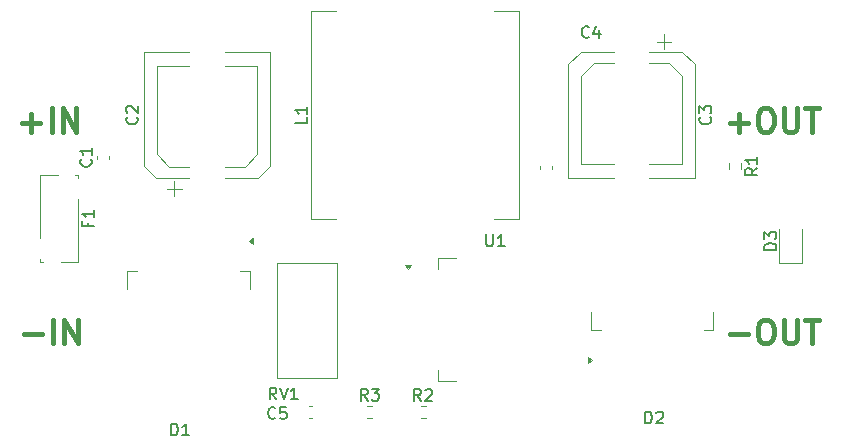
<source format=gbr>
%TF.GenerationSoftware,KiCad,Pcbnew,8.0.5*%
%TF.CreationDate,2024-10-21T04:05:45+03:00*%
%TF.ProjectId,DC36_DC5,44433336-5f44-4433-952e-6b696361645f,rev?*%
%TF.SameCoordinates,Original*%
%TF.FileFunction,Legend,Top*%
%TF.FilePolarity,Positive*%
%FSLAX46Y46*%
G04 Gerber Fmt 4.6, Leading zero omitted, Abs format (unit mm)*
G04 Created by KiCad (PCBNEW 8.0.5) date 2024-10-21 04:05:45*
%MOMM*%
%LPD*%
G01*
G04 APERTURE LIST*
%ADD10C,0.150000*%
%ADD11C,0.400000*%
%ADD12C,0.120000*%
G04 APERTURE END LIST*
D10*
X153871819Y-98138094D02*
X152871819Y-98138094D01*
X152871819Y-98138094D02*
X152871819Y-97899999D01*
X152871819Y-97899999D02*
X152919438Y-97757142D01*
X152919438Y-97757142D02*
X153014676Y-97661904D01*
X153014676Y-97661904D02*
X153109914Y-97614285D01*
X153109914Y-97614285D02*
X153300390Y-97566666D01*
X153300390Y-97566666D02*
X153443247Y-97566666D01*
X153443247Y-97566666D02*
X153633723Y-97614285D01*
X153633723Y-97614285D02*
X153728961Y-97661904D01*
X153728961Y-97661904D02*
X153824200Y-97757142D01*
X153824200Y-97757142D02*
X153871819Y-97899999D01*
X153871819Y-97899999D02*
X153871819Y-98138094D01*
X152871819Y-97233332D02*
X152871819Y-96614285D01*
X152871819Y-96614285D02*
X153252771Y-96947618D01*
X153252771Y-96947618D02*
X153252771Y-96804761D01*
X153252771Y-96804761D02*
X153300390Y-96709523D01*
X153300390Y-96709523D02*
X153348009Y-96661904D01*
X153348009Y-96661904D02*
X153443247Y-96614285D01*
X153443247Y-96614285D02*
X153681342Y-96614285D01*
X153681342Y-96614285D02*
X153776580Y-96661904D01*
X153776580Y-96661904D02*
X153824200Y-96709523D01*
X153824200Y-96709523D02*
X153871819Y-96804761D01*
X153871819Y-96804761D02*
X153871819Y-97090475D01*
X153871819Y-97090475D02*
X153824200Y-97185713D01*
X153824200Y-97185713D02*
X153776580Y-97233332D01*
D11*
X90043286Y-87391533D02*
X91567096Y-87391533D01*
X90805191Y-88153438D02*
X90805191Y-86629628D01*
X92519476Y-88153438D02*
X92519476Y-86153438D01*
X93471857Y-88153438D02*
X93471857Y-86153438D01*
X93471857Y-86153438D02*
X94614714Y-88153438D01*
X94614714Y-88153438D02*
X94614714Y-86153438D01*
D10*
X102639905Y-113865819D02*
X102639905Y-112865819D01*
X102639905Y-112865819D02*
X102878000Y-112865819D01*
X102878000Y-112865819D02*
X103020857Y-112913438D01*
X103020857Y-112913438D02*
X103116095Y-113008676D01*
X103116095Y-113008676D02*
X103163714Y-113103914D01*
X103163714Y-113103914D02*
X103211333Y-113294390D01*
X103211333Y-113294390D02*
X103211333Y-113437247D01*
X103211333Y-113437247D02*
X103163714Y-113627723D01*
X103163714Y-113627723D02*
X103116095Y-113722961D01*
X103116095Y-113722961D02*
X103020857Y-113818200D01*
X103020857Y-113818200D02*
X102878000Y-113865819D01*
X102878000Y-113865819D02*
X102639905Y-113865819D01*
X104163714Y-113865819D02*
X103592286Y-113865819D01*
X103878000Y-113865819D02*
X103878000Y-112865819D01*
X103878000Y-112865819D02*
X103782762Y-113008676D01*
X103782762Y-113008676D02*
X103687524Y-113103914D01*
X103687524Y-113103914D02*
X103592286Y-113151533D01*
X111466333Y-112373580D02*
X111418714Y-112421200D01*
X111418714Y-112421200D02*
X111275857Y-112468819D01*
X111275857Y-112468819D02*
X111180619Y-112468819D01*
X111180619Y-112468819D02*
X111037762Y-112421200D01*
X111037762Y-112421200D02*
X110942524Y-112325961D01*
X110942524Y-112325961D02*
X110894905Y-112230723D01*
X110894905Y-112230723D02*
X110847286Y-112040247D01*
X110847286Y-112040247D02*
X110847286Y-111897390D01*
X110847286Y-111897390D02*
X110894905Y-111706914D01*
X110894905Y-111706914D02*
X110942524Y-111611676D01*
X110942524Y-111611676D02*
X111037762Y-111516438D01*
X111037762Y-111516438D02*
X111180619Y-111468819D01*
X111180619Y-111468819D02*
X111275857Y-111468819D01*
X111275857Y-111468819D02*
X111418714Y-111516438D01*
X111418714Y-111516438D02*
X111466333Y-111564057D01*
X112371095Y-111468819D02*
X111894905Y-111468819D01*
X111894905Y-111468819D02*
X111847286Y-111945009D01*
X111847286Y-111945009D02*
X111894905Y-111897390D01*
X111894905Y-111897390D02*
X111990143Y-111849771D01*
X111990143Y-111849771D02*
X112228238Y-111849771D01*
X112228238Y-111849771D02*
X112323476Y-111897390D01*
X112323476Y-111897390D02*
X112371095Y-111945009D01*
X112371095Y-111945009D02*
X112418714Y-112040247D01*
X112418714Y-112040247D02*
X112418714Y-112278342D01*
X112418714Y-112278342D02*
X112371095Y-112373580D01*
X112371095Y-112373580D02*
X112323476Y-112421200D01*
X112323476Y-112421200D02*
X112228238Y-112468819D01*
X112228238Y-112468819D02*
X111990143Y-112468819D01*
X111990143Y-112468819D02*
X111894905Y-112421200D01*
X111894905Y-112421200D02*
X111847286Y-112373580D01*
X148273580Y-86907666D02*
X148321200Y-86955285D01*
X148321200Y-86955285D02*
X148368819Y-87098142D01*
X148368819Y-87098142D02*
X148368819Y-87193380D01*
X148368819Y-87193380D02*
X148321200Y-87336237D01*
X148321200Y-87336237D02*
X148225961Y-87431475D01*
X148225961Y-87431475D02*
X148130723Y-87479094D01*
X148130723Y-87479094D02*
X147940247Y-87526713D01*
X147940247Y-87526713D02*
X147797390Y-87526713D01*
X147797390Y-87526713D02*
X147606914Y-87479094D01*
X147606914Y-87479094D02*
X147511676Y-87431475D01*
X147511676Y-87431475D02*
X147416438Y-87336237D01*
X147416438Y-87336237D02*
X147368819Y-87193380D01*
X147368819Y-87193380D02*
X147368819Y-87098142D01*
X147368819Y-87098142D02*
X147416438Y-86955285D01*
X147416438Y-86955285D02*
X147464057Y-86907666D01*
X147368819Y-86574332D02*
X147368819Y-85955285D01*
X147368819Y-85955285D02*
X147749771Y-86288618D01*
X147749771Y-86288618D02*
X147749771Y-86145761D01*
X147749771Y-86145761D02*
X147797390Y-86050523D01*
X147797390Y-86050523D02*
X147845009Y-86002904D01*
X147845009Y-86002904D02*
X147940247Y-85955285D01*
X147940247Y-85955285D02*
X148178342Y-85955285D01*
X148178342Y-85955285D02*
X148273580Y-86002904D01*
X148273580Y-86002904D02*
X148321200Y-86050523D01*
X148321200Y-86050523D02*
X148368819Y-86145761D01*
X148368819Y-86145761D02*
X148368819Y-86431475D01*
X148368819Y-86431475D02*
X148321200Y-86526713D01*
X148321200Y-86526713D02*
X148273580Y-86574332D01*
X142771905Y-112849819D02*
X142771905Y-111849819D01*
X142771905Y-111849819D02*
X143010000Y-111849819D01*
X143010000Y-111849819D02*
X143152857Y-111897438D01*
X143152857Y-111897438D02*
X143248095Y-111992676D01*
X143248095Y-111992676D02*
X143295714Y-112087914D01*
X143295714Y-112087914D02*
X143343333Y-112278390D01*
X143343333Y-112278390D02*
X143343333Y-112421247D01*
X143343333Y-112421247D02*
X143295714Y-112611723D01*
X143295714Y-112611723D02*
X143248095Y-112706961D01*
X143248095Y-112706961D02*
X143152857Y-112802200D01*
X143152857Y-112802200D02*
X143010000Y-112849819D01*
X143010000Y-112849819D02*
X142771905Y-112849819D01*
X143724286Y-111945057D02*
X143771905Y-111897438D01*
X143771905Y-111897438D02*
X143867143Y-111849819D01*
X143867143Y-111849819D02*
X144105238Y-111849819D01*
X144105238Y-111849819D02*
X144200476Y-111897438D01*
X144200476Y-111897438D02*
X144248095Y-111945057D01*
X144248095Y-111945057D02*
X144295714Y-112040295D01*
X144295714Y-112040295D02*
X144295714Y-112135533D01*
X144295714Y-112135533D02*
X144248095Y-112278390D01*
X144248095Y-112278390D02*
X143676667Y-112849819D01*
X143676667Y-112849819D02*
X144295714Y-112849819D01*
X99728580Y-86907666D02*
X99776200Y-86955285D01*
X99776200Y-86955285D02*
X99823819Y-87098142D01*
X99823819Y-87098142D02*
X99823819Y-87193380D01*
X99823819Y-87193380D02*
X99776200Y-87336237D01*
X99776200Y-87336237D02*
X99680961Y-87431475D01*
X99680961Y-87431475D02*
X99585723Y-87479094D01*
X99585723Y-87479094D02*
X99395247Y-87526713D01*
X99395247Y-87526713D02*
X99252390Y-87526713D01*
X99252390Y-87526713D02*
X99061914Y-87479094D01*
X99061914Y-87479094D02*
X98966676Y-87431475D01*
X98966676Y-87431475D02*
X98871438Y-87336237D01*
X98871438Y-87336237D02*
X98823819Y-87193380D01*
X98823819Y-87193380D02*
X98823819Y-87098142D01*
X98823819Y-87098142D02*
X98871438Y-86955285D01*
X98871438Y-86955285D02*
X98919057Y-86907666D01*
X98919057Y-86526713D02*
X98871438Y-86479094D01*
X98871438Y-86479094D02*
X98823819Y-86383856D01*
X98823819Y-86383856D02*
X98823819Y-86145761D01*
X98823819Y-86145761D02*
X98871438Y-86050523D01*
X98871438Y-86050523D02*
X98919057Y-86002904D01*
X98919057Y-86002904D02*
X99014295Y-85955285D01*
X99014295Y-85955285D02*
X99109533Y-85955285D01*
X99109533Y-85955285D02*
X99252390Y-86002904D01*
X99252390Y-86002904D02*
X99823819Y-86574332D01*
X99823819Y-86574332D02*
X99823819Y-85955285D01*
X95604009Y-95837333D02*
X95604009Y-96170666D01*
X96127819Y-96170666D02*
X95127819Y-96170666D01*
X95127819Y-96170666D02*
X95127819Y-95694476D01*
X96127819Y-94789714D02*
X96127819Y-95361142D01*
X96127819Y-95075428D02*
X95127819Y-95075428D01*
X95127819Y-95075428D02*
X95270676Y-95170666D01*
X95270676Y-95170666D02*
X95365914Y-95265904D01*
X95365914Y-95265904D02*
X95413533Y-95361142D01*
X95830580Y-90476666D02*
X95878200Y-90524285D01*
X95878200Y-90524285D02*
X95925819Y-90667142D01*
X95925819Y-90667142D02*
X95925819Y-90762380D01*
X95925819Y-90762380D02*
X95878200Y-90905237D01*
X95878200Y-90905237D02*
X95782961Y-91000475D01*
X95782961Y-91000475D02*
X95687723Y-91048094D01*
X95687723Y-91048094D02*
X95497247Y-91095713D01*
X95497247Y-91095713D02*
X95354390Y-91095713D01*
X95354390Y-91095713D02*
X95163914Y-91048094D01*
X95163914Y-91048094D02*
X95068676Y-91000475D01*
X95068676Y-91000475D02*
X94973438Y-90905237D01*
X94973438Y-90905237D02*
X94925819Y-90762380D01*
X94925819Y-90762380D02*
X94925819Y-90667142D01*
X94925819Y-90667142D02*
X94973438Y-90524285D01*
X94973438Y-90524285D02*
X95021057Y-90476666D01*
X95925819Y-89524285D02*
X95925819Y-90095713D01*
X95925819Y-89809999D02*
X94925819Y-89809999D01*
X94925819Y-89809999D02*
X95068676Y-89905237D01*
X95068676Y-89905237D02*
X95163914Y-90000475D01*
X95163914Y-90000475D02*
X95211533Y-90095713D01*
D11*
X149923952Y-87391533D02*
X151447762Y-87391533D01*
X150685857Y-88153438D02*
X150685857Y-86629628D01*
X152781094Y-86153438D02*
X153162047Y-86153438D01*
X153162047Y-86153438D02*
X153352523Y-86248676D01*
X153352523Y-86248676D02*
X153542999Y-86439152D01*
X153542999Y-86439152D02*
X153638237Y-86820104D01*
X153638237Y-86820104D02*
X153638237Y-87486771D01*
X153638237Y-87486771D02*
X153542999Y-87867723D01*
X153542999Y-87867723D02*
X153352523Y-88058200D01*
X153352523Y-88058200D02*
X153162047Y-88153438D01*
X153162047Y-88153438D02*
X152781094Y-88153438D01*
X152781094Y-88153438D02*
X152590618Y-88058200D01*
X152590618Y-88058200D02*
X152400142Y-87867723D01*
X152400142Y-87867723D02*
X152304904Y-87486771D01*
X152304904Y-87486771D02*
X152304904Y-86820104D01*
X152304904Y-86820104D02*
X152400142Y-86439152D01*
X152400142Y-86439152D02*
X152590618Y-86248676D01*
X152590618Y-86248676D02*
X152781094Y-86153438D01*
X154495380Y-86153438D02*
X154495380Y-87772485D01*
X154495380Y-87772485D02*
X154590618Y-87962961D01*
X154590618Y-87962961D02*
X154685856Y-88058200D01*
X154685856Y-88058200D02*
X154876332Y-88153438D01*
X154876332Y-88153438D02*
X155257285Y-88153438D01*
X155257285Y-88153438D02*
X155447761Y-88058200D01*
X155447761Y-88058200D02*
X155542999Y-87962961D01*
X155542999Y-87962961D02*
X155638237Y-87772485D01*
X155638237Y-87772485D02*
X155638237Y-86153438D01*
X156304904Y-86153438D02*
X157447761Y-86153438D01*
X156876332Y-88153438D02*
X156876332Y-86153438D01*
D10*
X123785333Y-110944819D02*
X123452000Y-110468628D01*
X123213905Y-110944819D02*
X123213905Y-109944819D01*
X123213905Y-109944819D02*
X123594857Y-109944819D01*
X123594857Y-109944819D02*
X123690095Y-109992438D01*
X123690095Y-109992438D02*
X123737714Y-110040057D01*
X123737714Y-110040057D02*
X123785333Y-110135295D01*
X123785333Y-110135295D02*
X123785333Y-110278152D01*
X123785333Y-110278152D02*
X123737714Y-110373390D01*
X123737714Y-110373390D02*
X123690095Y-110421009D01*
X123690095Y-110421009D02*
X123594857Y-110468628D01*
X123594857Y-110468628D02*
X123213905Y-110468628D01*
X124166286Y-110040057D02*
X124213905Y-109992438D01*
X124213905Y-109992438D02*
X124309143Y-109944819D01*
X124309143Y-109944819D02*
X124547238Y-109944819D01*
X124547238Y-109944819D02*
X124642476Y-109992438D01*
X124642476Y-109992438D02*
X124690095Y-110040057D01*
X124690095Y-110040057D02*
X124737714Y-110135295D01*
X124737714Y-110135295D02*
X124737714Y-110230533D01*
X124737714Y-110230533D02*
X124690095Y-110373390D01*
X124690095Y-110373390D02*
X124118667Y-110944819D01*
X124118667Y-110944819D02*
X124737714Y-110944819D01*
X114152819Y-86907666D02*
X114152819Y-87383856D01*
X114152819Y-87383856D02*
X113152819Y-87383856D01*
X114152819Y-86050523D02*
X114152819Y-86621951D01*
X114152819Y-86336237D02*
X113152819Y-86336237D01*
X113152819Y-86336237D02*
X113295676Y-86431475D01*
X113295676Y-86431475D02*
X113390914Y-86526713D01*
X113390914Y-86526713D02*
X113438533Y-86621951D01*
D11*
X90170286Y-105298533D02*
X91694096Y-105298533D01*
X92646476Y-106060438D02*
X92646476Y-104060438D01*
X93598857Y-106060438D02*
X93598857Y-104060438D01*
X93598857Y-104060438D02*
X94741714Y-106060438D01*
X94741714Y-106060438D02*
X94741714Y-104060438D01*
X149923952Y-105298533D02*
X151447762Y-105298533D01*
X152781094Y-104060438D02*
X153162047Y-104060438D01*
X153162047Y-104060438D02*
X153352523Y-104155676D01*
X153352523Y-104155676D02*
X153542999Y-104346152D01*
X153542999Y-104346152D02*
X153638237Y-104727104D01*
X153638237Y-104727104D02*
X153638237Y-105393771D01*
X153638237Y-105393771D02*
X153542999Y-105774723D01*
X153542999Y-105774723D02*
X153352523Y-105965200D01*
X153352523Y-105965200D02*
X153162047Y-106060438D01*
X153162047Y-106060438D02*
X152781094Y-106060438D01*
X152781094Y-106060438D02*
X152590618Y-105965200D01*
X152590618Y-105965200D02*
X152400142Y-105774723D01*
X152400142Y-105774723D02*
X152304904Y-105393771D01*
X152304904Y-105393771D02*
X152304904Y-104727104D01*
X152304904Y-104727104D02*
X152400142Y-104346152D01*
X152400142Y-104346152D02*
X152590618Y-104155676D01*
X152590618Y-104155676D02*
X152781094Y-104060438D01*
X154495380Y-104060438D02*
X154495380Y-105679485D01*
X154495380Y-105679485D02*
X154590618Y-105869961D01*
X154590618Y-105869961D02*
X154685856Y-105965200D01*
X154685856Y-105965200D02*
X154876332Y-106060438D01*
X154876332Y-106060438D02*
X155257285Y-106060438D01*
X155257285Y-106060438D02*
X155447761Y-105965200D01*
X155447761Y-105965200D02*
X155542999Y-105869961D01*
X155542999Y-105869961D02*
X155638237Y-105679485D01*
X155638237Y-105679485D02*
X155638237Y-104060438D01*
X156304904Y-104060438D02*
X157447761Y-104060438D01*
X156876332Y-106060438D02*
X156876332Y-104060438D01*
D10*
X111545761Y-110817819D02*
X111212428Y-110341628D01*
X110974333Y-110817819D02*
X110974333Y-109817819D01*
X110974333Y-109817819D02*
X111355285Y-109817819D01*
X111355285Y-109817819D02*
X111450523Y-109865438D01*
X111450523Y-109865438D02*
X111498142Y-109913057D01*
X111498142Y-109913057D02*
X111545761Y-110008295D01*
X111545761Y-110008295D02*
X111545761Y-110151152D01*
X111545761Y-110151152D02*
X111498142Y-110246390D01*
X111498142Y-110246390D02*
X111450523Y-110294009D01*
X111450523Y-110294009D02*
X111355285Y-110341628D01*
X111355285Y-110341628D02*
X110974333Y-110341628D01*
X111831476Y-109817819D02*
X112164809Y-110817819D01*
X112164809Y-110817819D02*
X112498142Y-109817819D01*
X113355285Y-110817819D02*
X112783857Y-110817819D01*
X113069571Y-110817819D02*
X113069571Y-109817819D01*
X113069571Y-109817819D02*
X112974333Y-109960676D01*
X112974333Y-109960676D02*
X112879095Y-110055914D01*
X112879095Y-110055914D02*
X112783857Y-110103533D01*
X119277333Y-110911819D02*
X118944000Y-110435628D01*
X118705905Y-110911819D02*
X118705905Y-109911819D01*
X118705905Y-109911819D02*
X119086857Y-109911819D01*
X119086857Y-109911819D02*
X119182095Y-109959438D01*
X119182095Y-109959438D02*
X119229714Y-110007057D01*
X119229714Y-110007057D02*
X119277333Y-110102295D01*
X119277333Y-110102295D02*
X119277333Y-110245152D01*
X119277333Y-110245152D02*
X119229714Y-110340390D01*
X119229714Y-110340390D02*
X119182095Y-110388009D01*
X119182095Y-110388009D02*
X119086857Y-110435628D01*
X119086857Y-110435628D02*
X118705905Y-110435628D01*
X119610667Y-109911819D02*
X120229714Y-109911819D01*
X120229714Y-109911819D02*
X119896381Y-110292771D01*
X119896381Y-110292771D02*
X120039238Y-110292771D01*
X120039238Y-110292771D02*
X120134476Y-110340390D01*
X120134476Y-110340390D02*
X120182095Y-110388009D01*
X120182095Y-110388009D02*
X120229714Y-110483247D01*
X120229714Y-110483247D02*
X120229714Y-110721342D01*
X120229714Y-110721342D02*
X120182095Y-110816580D01*
X120182095Y-110816580D02*
X120134476Y-110864200D01*
X120134476Y-110864200D02*
X120039238Y-110911819D01*
X120039238Y-110911819D02*
X119753524Y-110911819D01*
X119753524Y-110911819D02*
X119658286Y-110864200D01*
X119658286Y-110864200D02*
X119610667Y-110816580D01*
X152252819Y-91225666D02*
X151776628Y-91558999D01*
X152252819Y-91797094D02*
X151252819Y-91797094D01*
X151252819Y-91797094D02*
X151252819Y-91416142D01*
X151252819Y-91416142D02*
X151300438Y-91320904D01*
X151300438Y-91320904D02*
X151348057Y-91273285D01*
X151348057Y-91273285D02*
X151443295Y-91225666D01*
X151443295Y-91225666D02*
X151586152Y-91225666D01*
X151586152Y-91225666D02*
X151681390Y-91273285D01*
X151681390Y-91273285D02*
X151729009Y-91320904D01*
X151729009Y-91320904D02*
X151776628Y-91416142D01*
X151776628Y-91416142D02*
X151776628Y-91797094D01*
X152252819Y-90273285D02*
X152252819Y-90844713D01*
X152252819Y-90558999D02*
X151252819Y-90558999D01*
X151252819Y-90558999D02*
X151395676Y-90654237D01*
X151395676Y-90654237D02*
X151490914Y-90749475D01*
X151490914Y-90749475D02*
X151538533Y-90844713D01*
X138009333Y-80115580D02*
X137961714Y-80163200D01*
X137961714Y-80163200D02*
X137818857Y-80210819D01*
X137818857Y-80210819D02*
X137723619Y-80210819D01*
X137723619Y-80210819D02*
X137580762Y-80163200D01*
X137580762Y-80163200D02*
X137485524Y-80067961D01*
X137485524Y-80067961D02*
X137437905Y-79972723D01*
X137437905Y-79972723D02*
X137390286Y-79782247D01*
X137390286Y-79782247D02*
X137390286Y-79639390D01*
X137390286Y-79639390D02*
X137437905Y-79448914D01*
X137437905Y-79448914D02*
X137485524Y-79353676D01*
X137485524Y-79353676D02*
X137580762Y-79258438D01*
X137580762Y-79258438D02*
X137723619Y-79210819D01*
X137723619Y-79210819D02*
X137818857Y-79210819D01*
X137818857Y-79210819D02*
X137961714Y-79258438D01*
X137961714Y-79258438D02*
X138009333Y-79306057D01*
X138866476Y-79544152D02*
X138866476Y-80210819D01*
X138628381Y-79163200D02*
X138390286Y-79877485D01*
X138390286Y-79877485D02*
X139009333Y-79877485D01*
X129316095Y-96846819D02*
X129316095Y-97656342D01*
X129316095Y-97656342D02*
X129363714Y-97751580D01*
X129363714Y-97751580D02*
X129411333Y-97799200D01*
X129411333Y-97799200D02*
X129506571Y-97846819D01*
X129506571Y-97846819D02*
X129697047Y-97846819D01*
X129697047Y-97846819D02*
X129792285Y-97799200D01*
X129792285Y-97799200D02*
X129839904Y-97751580D01*
X129839904Y-97751580D02*
X129887523Y-97656342D01*
X129887523Y-97656342D02*
X129887523Y-96846819D01*
X130887523Y-97846819D02*
X130316095Y-97846819D01*
X130601809Y-97846819D02*
X130601809Y-96846819D01*
X130601809Y-96846819D02*
X130506571Y-96989676D01*
X130506571Y-96989676D02*
X130411333Y-97084914D01*
X130411333Y-97084914D02*
X130316095Y-97132533D01*
D12*
%TO.C,D3*%
X154107000Y-96400000D02*
X154107000Y-99260000D01*
X154107000Y-99260000D02*
X156027000Y-99260000D01*
X156027000Y-99260000D02*
X156027000Y-96400000D01*
%TO.C,D1*%
X98940000Y-99974000D02*
X99750000Y-99974000D01*
X98940000Y-101474000D02*
X98940000Y-99974000D01*
X109340000Y-99969000D02*
X108470000Y-99969000D01*
X109340000Y-101474000D02*
X109340000Y-99974000D01*
X109560000Y-97659000D02*
X109230000Y-97419000D01*
X109560000Y-97179000D01*
X109560000Y-97659000D01*
G36*
X109560000Y-97659000D02*
G01*
X109230000Y-97419000D01*
X109560000Y-97179000D01*
X109560000Y-97659000D01*
G37*
%TO.C,C5*%
X114286420Y-111377000D02*
X114567580Y-111377000D01*
X114286420Y-112397000D02*
X114567580Y-112397000D01*
%TO.C,C3*%
X136254000Y-82445437D02*
X136254000Y-92101000D01*
X136254000Y-92101000D02*
X140104000Y-92101000D01*
X137318437Y-81381000D02*
X136254000Y-82445437D01*
X137318437Y-81381000D02*
X140104000Y-81381000D01*
X137344000Y-83435437D02*
X137344000Y-90891000D01*
X137344000Y-90891000D02*
X140094000Y-90891000D01*
X138408437Y-82371000D02*
X137344000Y-83435437D01*
X138408437Y-82371000D02*
X140094000Y-82371000D01*
X144374000Y-79891000D02*
X144374000Y-81141000D01*
X144799563Y-82371000D02*
X143114000Y-82371000D01*
X144799563Y-82371000D02*
X145864000Y-83435437D01*
X144999000Y-80516000D02*
X143749000Y-80516000D01*
X145864000Y-83435437D02*
X145864000Y-90891000D01*
X145864000Y-90891000D02*
X143114000Y-90891000D01*
X145909563Y-81381000D02*
X143124000Y-81381000D01*
X145909563Y-81381000D02*
X146974000Y-82445437D01*
X146974000Y-82445437D02*
X146974000Y-92101000D01*
X146974000Y-92101000D02*
X143124000Y-92101000D01*
%TO.C,D2*%
X138154000Y-103437000D02*
X138154000Y-104937000D01*
X138154000Y-104942000D02*
X139024000Y-104942000D01*
X148554000Y-103437000D02*
X148554000Y-104937000D01*
X148554000Y-104937000D02*
X147744000Y-104937000D01*
X138264000Y-107492000D02*
X137934000Y-107732000D01*
X137934000Y-107252000D01*
X138264000Y-107492000D01*
G36*
X138264000Y-107492000D02*
G01*
X137934000Y-107732000D01*
X137934000Y-107252000D01*
X138264000Y-107492000D01*
G37*
%TO.C,C2*%
X100309000Y-81381000D02*
X104159000Y-81381000D01*
X100309000Y-91036563D02*
X100309000Y-81381000D01*
X101373437Y-92101000D02*
X100309000Y-91036563D01*
X101373437Y-92101000D02*
X104159000Y-92101000D01*
X101419000Y-82591000D02*
X104169000Y-82591000D01*
X101419000Y-90046563D02*
X101419000Y-82591000D01*
X102284000Y-92966000D02*
X103534000Y-92966000D01*
X102483437Y-91111000D02*
X101419000Y-90046563D01*
X102483437Y-91111000D02*
X104169000Y-91111000D01*
X102909000Y-93591000D02*
X102909000Y-92341000D01*
X108874563Y-91111000D02*
X107189000Y-91111000D01*
X108874563Y-91111000D02*
X109939000Y-90046563D01*
X109939000Y-82591000D02*
X107189000Y-82591000D01*
X109939000Y-90046563D02*
X109939000Y-82591000D01*
X109964563Y-92101000D02*
X107179000Y-92101000D01*
X109964563Y-92101000D02*
X111029000Y-91036563D01*
X111029000Y-81381000D02*
X107179000Y-81381000D01*
X111029000Y-91036563D02*
X111029000Y-81381000D01*
%TO.C,F1*%
X91573000Y-91854000D02*
X91573000Y-97176000D01*
X91573000Y-98933000D02*
X91573000Y-99154000D01*
X91823000Y-99154000D02*
X91573000Y-99154000D01*
X93023000Y-91854000D02*
X91573000Y-91854000D01*
X94773000Y-91854000D02*
X94523000Y-91854000D01*
X94773000Y-91854000D02*
X94773000Y-92075000D01*
X94773000Y-93833000D02*
X94773000Y-99154000D01*
X94773000Y-99154000D02*
X93322000Y-99154000D01*
%TO.C,C1*%
X96391000Y-90450580D02*
X96391000Y-90169420D01*
X97411000Y-90450580D02*
X97411000Y-90169420D01*
%TO.C,R2*%
X123778742Y-111364500D02*
X124253258Y-111364500D01*
X123778742Y-112409500D02*
X124253258Y-112409500D01*
%TO.C,L1*%
X114438000Y-77906000D02*
X116613000Y-77906000D01*
X114438000Y-95576000D02*
X114438000Y-77906000D01*
X114438000Y-95576000D02*
X116613000Y-95576000D01*
X132108000Y-77906000D02*
X129933000Y-77906000D01*
X132108000Y-95576000D02*
X129933000Y-95576000D01*
X132108000Y-95576000D02*
X132108000Y-77906000D01*
%TO.C,RV1*%
X111633000Y-99255000D02*
X111633000Y-109025000D01*
X116703000Y-99255000D02*
X111633000Y-99255000D01*
X116703000Y-99255000D02*
X116703000Y-109025000D01*
X116703000Y-109025000D02*
X111633000Y-109025000D01*
%TO.C,R3*%
X119206742Y-111364500D02*
X119681258Y-111364500D01*
X119206742Y-112409500D02*
X119681258Y-112409500D01*
%TO.C,R1*%
X149845500Y-90821742D02*
X149845500Y-91296258D01*
X150890500Y-90821742D02*
X150890500Y-91296258D01*
%TO.C,C4*%
X133856000Y-91032420D02*
X133856000Y-91313580D01*
X134876000Y-91032420D02*
X134876000Y-91313580D01*
%TO.C,U1*%
X125253000Y-98842000D02*
X125253000Y-99792000D01*
X125253000Y-109242000D02*
X125253000Y-108292000D01*
X126753000Y-98842000D02*
X125253000Y-98842000D01*
X126753000Y-109242000D02*
X125253000Y-109242000D01*
X122690500Y-99792000D02*
X122450500Y-99462000D01*
X122930500Y-99462000D01*
X122690500Y-99792000D01*
G36*
X122690500Y-99792000D02*
G01*
X122450500Y-99462000D01*
X122930500Y-99462000D01*
X122690500Y-99792000D01*
G37*
%TD*%
M02*

</source>
